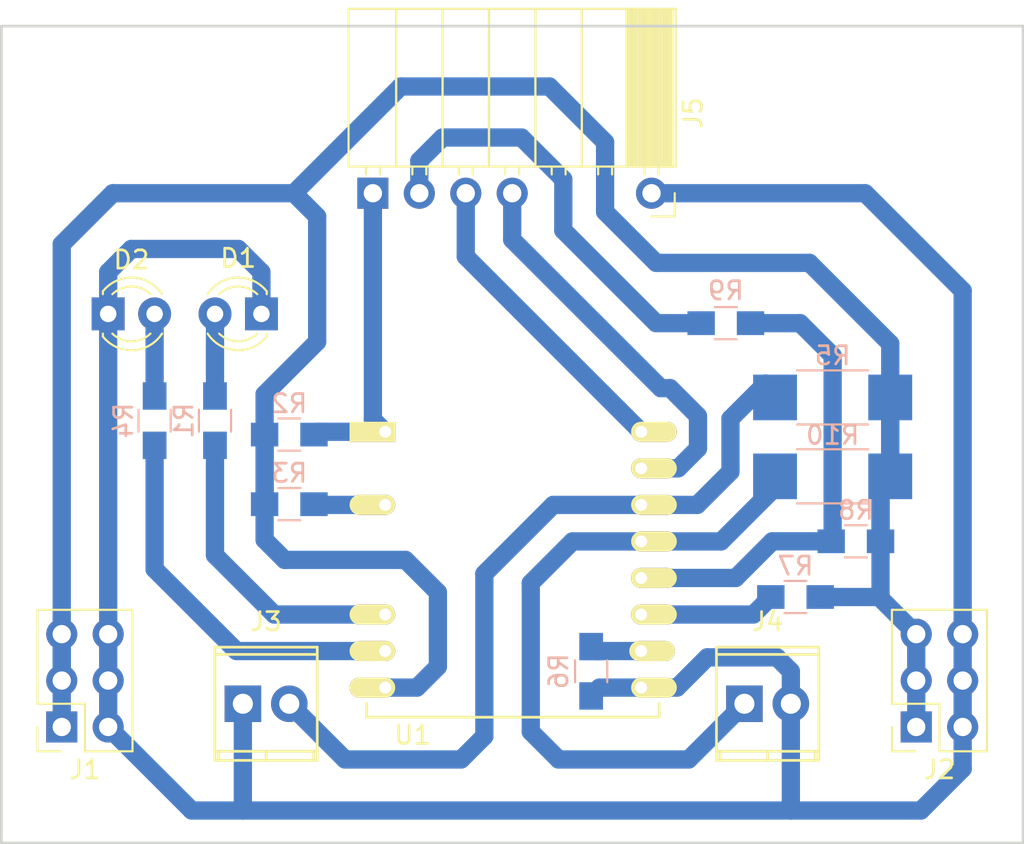
<source format=kicad_pcb>
(kicad_pcb (version 4) (host pcbnew 4.0.7)

  (general
    (links 42)
    (no_connects 0)
    (area 127.432999 82.728999 183.463001 127.583001)
    (thickness 1.6)
    (drawings 4)
    (tracks 122)
    (zones 0)
    (modules 18)
    (nets 17)
  )

  (page A4)
  (layers
    (0 F.Cu signal)
    (31 B.Cu signal)
    (34 B.Paste user)
    (35 F.Paste user)
    (36 B.SilkS user)
    (37 F.SilkS user)
    (38 B.Mask user)
    (39 F.Mask user)
    (44 Edge.Cuts user)
    (45 Margin user)
    (46 B.CrtYd user)
    (47 F.CrtYd user)
    (48 B.Fab user)
    (49 F.Fab user)
  )

  (setup
    (last_trace_width 1)
    (trace_clearance 0.1)
    (zone_clearance 0.508)
    (zone_45_only no)
    (trace_min 0.3)
    (segment_width 0.2)
    (edge_width 0.15)
    (via_size 0.6)
    (via_drill 0.4)
    (via_min_size 0.4)
    (via_min_drill 0.3)
    (uvia_size 0.3)
    (uvia_drill 0.1)
    (uvias_allowed no)
    (uvia_min_size 0.2)
    (uvia_min_drill 0.1)
    (pcb_text_width 0.3)
    (pcb_text_size 1.5 1.5)
    (mod_edge_width 0.15)
    (mod_text_size 1 1)
    (mod_text_width 0.15)
    (pad_size 1.524 1.524)
    (pad_drill 0.762)
    (pad_to_mask_clearance 0.2)
    (aux_axis_origin 0 0)
    (visible_elements FFFFFF7F)
    (pcbplotparams
      (layerselection 0x00030_80000001)
      (usegerberextensions false)
      (excludeedgelayer true)
      (linewidth 0.100000)
      (plotframeref false)
      (viasonmask false)
      (mode 1)
      (useauxorigin false)
      (hpglpennumber 1)
      (hpglpenspeed 20)
      (hpglpendiameter 15)
      (hpglpenoverlay 2)
      (psnegative false)
      (psa4output false)
      (plotreference true)
      (plotvalue true)
      (plotinvisibletext false)
      (padsonsilk false)
      (subtractmaskfromsilk false)
      (outputformat 1)
      (mirror false)
      (drillshape 1)
      (scaleselection 1)
      (outputdirectory ""))
  )

  (net 0 "")
  (net 1 Earth)
  (net 2 "Net-(D1-Pad2)")
  (net 3 "Net-(D2-Pad2)")
  (net 4 +3V3)
  (net 5 "Net-(R6-Pad2)")
  (net 6 "Net-(R7-Pad2)")
  (net 7 "Net-(R8-Pad2)")
  (net 8 "Net-(J5-Pad1)")
  (net 9 "Net-(J5-Pad2)")
  (net 10 "Net-(J5-Pad3)")
  (net 11 "Net-(J5-Pad4)")
  (net 12 "Net-(R1-Pad2)")
  (net 13 "Net-(R3-Pad1)")
  (net 14 "Net-(R4-Pad2)")
  (net 15 "Net-(J4-Pad1)")
  (net 16 "Net-(J3-Pad2)")

  (net_class Default "Это класс цепей по умолчанию."
    (clearance 0.1)
    (trace_width 1)
    (via_dia 0.6)
    (via_drill 0.4)
    (uvia_dia 0.3)
    (uvia_drill 0.1)
    (add_net "Net-(D1-Pad2)")
    (add_net "Net-(D2-Pad2)")
    (add_net "Net-(J3-Pad2)")
    (add_net "Net-(J4-Pad1)")
    (add_net "Net-(J5-Pad1)")
    (add_net "Net-(J5-Pad2)")
    (add_net "Net-(J5-Pad3)")
    (add_net "Net-(J5-Pad4)")
    (add_net "Net-(R1-Pad2)")
    (add_net "Net-(R3-Pad1)")
    (add_net "Net-(R4-Pad2)")
    (add_net "Net-(R6-Pad2)")
    (add_net "Net-(R7-Pad2)")
    (add_net "Net-(R8-Pad2)")
  )

  (net_class Power ""
    (clearance 0.1)
    (trace_width 1)
    (via_dia 0.6)
    (via_drill 0.4)
    (uvia_dia 0.3)
    (uvia_drill 0.1)
    (add_net +3V3)
    (add_net Earth)
  )

  (module Socket_Strips:Socket_Strip_Angled_1x07_Pitch2.54mm (layer F.Cu) (tedit 5CBE48A0) (tstamp 5CBE1B0D)
    (at 163.068 91.948 270)
    (descr "Through hole angled socket strip, 1x07, 2.54mm pitch, 8.51mm socket length, single row")
    (tags "Through hole angled socket strip THT 1x07 2.54mm single row")
    (path /5C354202)
    (fp_text reference J5 (at -4.38 -2.27 270) (layer F.SilkS)
      (effects (font (size 1 1) (thickness 0.15)))
    )
    (fp_text value Conn_UART (at -4.38 17.51 270) (layer F.Fab)
      (effects (font (size 1 1) (thickness 0.15)))
    )
    (fp_line (start -1.52 -1.27) (end -1.52 1.27) (layer F.Fab) (width 0.1))
    (fp_line (start -1.52 1.27) (end -10.03 1.27) (layer F.Fab) (width 0.1))
    (fp_line (start -10.03 1.27) (end -10.03 -1.27) (layer F.Fab) (width 0.1))
    (fp_line (start -10.03 -1.27) (end -1.52 -1.27) (layer F.Fab) (width 0.1))
    (fp_line (start 0 -0.32) (end 0 0.32) (layer F.Fab) (width 0.1))
    (fp_line (start 0 0.32) (end -1.52 0.32) (layer F.Fab) (width 0.1))
    (fp_line (start -1.52 0.32) (end -1.52 -0.32) (layer F.Fab) (width 0.1))
    (fp_line (start -1.52 -0.32) (end 0 -0.32) (layer F.Fab) (width 0.1))
    (fp_line (start -1.52 1.27) (end -1.52 3.81) (layer F.Fab) (width 0.1))
    (fp_line (start -1.52 3.81) (end -10.03 3.81) (layer F.Fab) (width 0.1))
    (fp_line (start -10.03 3.81) (end -10.03 1.27) (layer F.Fab) (width 0.1))
    (fp_line (start -10.03 1.27) (end -1.52 1.27) (layer F.Fab) (width 0.1))
    (fp_line (start 0 2.22) (end 0 2.86) (layer F.Fab) (width 0.1))
    (fp_line (start 0 2.86) (end -1.52 2.86) (layer F.Fab) (width 0.1))
    (fp_line (start -1.52 2.86) (end -1.52 2.22) (layer F.Fab) (width 0.1))
    (fp_line (start -1.52 2.22) (end 0 2.22) (layer F.Fab) (width 0.1))
    (fp_line (start -1.52 3.81) (end -1.52 6.35) (layer F.Fab) (width 0.1))
    (fp_line (start -1.52 6.35) (end -10.03 6.35) (layer F.Fab) (width 0.1))
    (fp_line (start -10.03 6.35) (end -10.03 3.81) (layer F.Fab) (width 0.1))
    (fp_line (start -10.03 3.81) (end -1.52 3.81) (layer F.Fab) (width 0.1))
    (fp_line (start 0 4.76) (end 0 5.4) (layer F.Fab) (width 0.1))
    (fp_line (start 0 5.4) (end -1.52 5.4) (layer F.Fab) (width 0.1))
    (fp_line (start -1.52 5.4) (end -1.52 4.76) (layer F.Fab) (width 0.1))
    (fp_line (start -1.52 4.76) (end 0 4.76) (layer F.Fab) (width 0.1))
    (fp_line (start -1.52 6.35) (end -1.52 8.89) (layer F.Fab) (width 0.1))
    (fp_line (start -1.52 8.89) (end -10.03 8.89) (layer F.Fab) (width 0.1))
    (fp_line (start -10.03 8.89) (end -10.03 6.35) (layer F.Fab) (width 0.1))
    (fp_line (start -10.03 6.35) (end -1.52 6.35) (layer F.Fab) (width 0.1))
    (fp_line (start 0 7.3) (end 0 7.94) (layer F.Fab) (width 0.1))
    (fp_line (start 0 7.94) (end -1.52 7.94) (layer F.Fab) (width 0.1))
    (fp_line (start -1.52 7.94) (end -1.52 7.3) (layer F.Fab) (width 0.1))
    (fp_line (start -1.52 7.3) (end 0 7.3) (layer F.Fab) (width 0.1))
    (fp_line (start -1.52 8.89) (end -1.52 11.43) (layer F.Fab) (width 0.1))
    (fp_line (start -1.52 11.43) (end -10.03 11.43) (layer F.Fab) (width 0.1))
    (fp_line (start -10.03 11.43) (end -10.03 8.89) (layer F.Fab) (width 0.1))
    (fp_line (start -10.03 8.89) (end -1.52 8.89) (layer F.Fab) (width 0.1))
    (fp_line (start 0 9.84) (end 0 10.48) (layer F.Fab) (width 0.1))
    (fp_line (start 0 10.48) (end -1.52 10.48) (layer F.Fab) (width 0.1))
    (fp_line (start -1.52 10.48) (end -1.52 9.84) (layer F.Fab) (width 0.1))
    (fp_line (start -1.52 9.84) (end 0 9.84) (layer F.Fab) (width 0.1))
    (fp_line (start -1.52 11.43) (end -1.52 13.97) (layer F.Fab) (width 0.1))
    (fp_line (start -1.52 13.97) (end -10.03 13.97) (layer F.Fab) (width 0.1))
    (fp_line (start -10.03 13.97) (end -10.03 11.43) (layer F.Fab) (width 0.1))
    (fp_line (start -10.03 11.43) (end -1.52 11.43) (layer F.Fab) (width 0.1))
    (fp_line (start 0 12.38) (end 0 13.02) (layer F.Fab) (width 0.1))
    (fp_line (start 0 13.02) (end -1.52 13.02) (layer F.Fab) (width 0.1))
    (fp_line (start -1.52 13.02) (end -1.52 12.38) (layer F.Fab) (width 0.1))
    (fp_line (start -1.52 12.38) (end 0 12.38) (layer F.Fab) (width 0.1))
    (fp_line (start -1.52 13.97) (end -1.52 16.51) (layer F.Fab) (width 0.1))
    (fp_line (start -1.52 16.51) (end -10.03 16.51) (layer F.Fab) (width 0.1))
    (fp_line (start -10.03 16.51) (end -10.03 13.97) (layer F.Fab) (width 0.1))
    (fp_line (start -10.03 13.97) (end -1.52 13.97) (layer F.Fab) (width 0.1))
    (fp_line (start 0 14.92) (end 0 15.56) (layer F.Fab) (width 0.1))
    (fp_line (start 0 15.56) (end -1.52 15.56) (layer F.Fab) (width 0.1))
    (fp_line (start -1.52 15.56) (end -1.52 14.92) (layer F.Fab) (width 0.1))
    (fp_line (start -1.52 14.92) (end 0 14.92) (layer F.Fab) (width 0.1))
    (fp_line (start -1.46 -1.33) (end -1.46 1.27) (layer F.SilkS) (width 0.12))
    (fp_line (start -1.46 1.27) (end -10.09 1.27) (layer F.SilkS) (width 0.12))
    (fp_line (start -10.09 1.27) (end -10.09 -1.33) (layer F.SilkS) (width 0.12))
    (fp_line (start -10.09 -1.33) (end -1.46 -1.33) (layer F.SilkS) (width 0.12))
    (fp_line (start -1.03 -0.38) (end -1.46 -0.38) (layer F.SilkS) (width 0.12))
    (fp_line (start -1.03 0.38) (end -1.46 0.38) (layer F.SilkS) (width 0.12))
    (fp_line (start -1.46 -1.15) (end -10.09 -1.15) (layer F.SilkS) (width 0.12))
    (fp_line (start -1.46 -1.03) (end -10.09 -1.03) (layer F.SilkS) (width 0.12))
    (fp_line (start -1.46 -0.91) (end -10.09 -0.91) (layer F.SilkS) (width 0.12))
    (fp_line (start -1.46 -0.79) (end -10.09 -0.79) (layer F.SilkS) (width 0.12))
    (fp_line (start -1.46 -0.67) (end -10.09 -0.67) (layer F.SilkS) (width 0.12))
    (fp_line (start -1.46 -0.55) (end -10.09 -0.55) (layer F.SilkS) (width 0.12))
    (fp_line (start -1.46 -0.43) (end -10.09 -0.43) (layer F.SilkS) (width 0.12))
    (fp_line (start -1.46 -0.31) (end -10.09 -0.31) (layer F.SilkS) (width 0.12))
    (fp_line (start -1.46 -0.19) (end -10.09 -0.19) (layer F.SilkS) (width 0.12))
    (fp_line (start -1.46 -0.07) (end -10.09 -0.07) (layer F.SilkS) (width 0.12))
    (fp_line (start -1.46 0.05) (end -10.09 0.05) (layer F.SilkS) (width 0.12))
    (fp_line (start -1.46 0.17) (end -10.09 0.17) (layer F.SilkS) (width 0.12))
    (fp_line (start -1.46 0.29) (end -10.09 0.29) (layer F.SilkS) (width 0.12))
    (fp_line (start -1.46 0.41) (end -10.09 0.41) (layer F.SilkS) (width 0.12))
    (fp_line (start -1.46 0.53) (end -10.09 0.53) (layer F.SilkS) (width 0.12))
    (fp_line (start -1.46 0.65) (end -10.09 0.65) (layer F.SilkS) (width 0.12))
    (fp_line (start -1.46 0.77) (end -10.09 0.77) (layer F.SilkS) (width 0.12))
    (fp_line (start -1.46 0.89) (end -10.09 0.89) (layer F.SilkS) (width 0.12))
    (fp_line (start -1.46 1.01) (end -10.09 1.01) (layer F.SilkS) (width 0.12))
    (fp_line (start -1.46 1.13) (end -10.09 1.13) (layer F.SilkS) (width 0.12))
    (fp_line (start -1.46 1.25) (end -10.09 1.25) (layer F.SilkS) (width 0.12))
    (fp_line (start -1.46 1.37) (end -10.09 1.37) (layer F.SilkS) (width 0.12))
    (fp_line (start -1.46 1.27) (end -1.46 3.81) (layer F.SilkS) (width 0.12))
    (fp_line (start -1.46 3.81) (end -10.09 3.81) (layer F.SilkS) (width 0.12))
    (fp_line (start -10.09 3.81) (end -10.09 1.27) (layer F.SilkS) (width 0.12))
    (fp_line (start -10.09 1.27) (end -1.46 1.27) (layer F.SilkS) (width 0.12))
    (fp_line (start -1.03 2.16) (end -1.46 2.16) (layer F.SilkS) (width 0.12))
    (fp_line (start -1.03 2.92) (end -1.46 2.92) (layer F.SilkS) (width 0.12))
    (fp_line (start -1.46 3.81) (end -1.46 6.35) (layer F.SilkS) (width 0.12))
    (fp_line (start -1.46 6.35) (end -10.09 6.35) (layer F.SilkS) (width 0.12))
    (fp_line (start -10.09 6.35) (end -10.09 3.81) (layer F.SilkS) (width 0.12))
    (fp_line (start -10.09 3.81) (end -1.46 3.81) (layer F.SilkS) (width 0.12))
    (fp_line (start -1.03 4.7) (end -1.46 4.7) (layer F.SilkS) (width 0.12))
    (fp_line (start -1.03 5.46) (end -1.46 5.46) (layer F.SilkS) (width 0.12))
    (fp_line (start -1.46 6.35) (end -1.46 8.89) (layer F.SilkS) (width 0.12))
    (fp_line (start -1.46 8.89) (end -10.09 8.89) (layer F.SilkS) (width 0.12))
    (fp_line (start -10.09 8.89) (end -10.09 6.35) (layer F.SilkS) (width 0.12))
    (fp_line (start -10.09 6.35) (end -1.46 6.35) (layer F.SilkS) (width 0.12))
    (fp_line (start -1.03 7.24) (end -1.46 7.24) (layer F.SilkS) (width 0.12))
    (fp_line (start -1.03 8) (end -1.46 8) (layer F.SilkS) (width 0.12))
    (fp_line (start -1.46 8.89) (end -1.46 11.43) (layer F.SilkS) (width 0.12))
    (fp_line (start -1.46 11.43) (end -10.09 11.43) (layer F.SilkS) (width 0.12))
    (fp_line (start -10.09 11.43) (end -10.09 8.89) (layer F.SilkS) (width 0.12))
    (fp_line (start -10.09 8.89) (end -1.46 8.89) (layer F.SilkS) (width 0.12))
    (fp_line (start -1.03 9.78) (end -1.46 9.78) (layer F.SilkS) (width 0.12))
    (fp_line (start -1.03 10.54) (end -1.46 10.54) (layer F.SilkS) (width 0.12))
    (fp_line (start -1.46 11.43) (end -1.46 13.97) (layer F.SilkS) (width 0.12))
    (fp_line (start -1.46 13.97) (end -10.09 13.97) (layer F.SilkS) (width 0.12))
    (fp_line (start -10.09 13.97) (end -10.09 11.43) (layer F.SilkS) (width 0.12))
    (fp_line (start -10.09 11.43) (end -1.46 11.43) (layer F.SilkS) (width 0.12))
    (fp_line (start -1.03 12.32) (end -1.46 12.32) (layer F.SilkS) (width 0.12))
    (fp_line (start -1.03 13.08) (end -1.46 13.08) (layer F.SilkS) (width 0.12))
    (fp_line (start -1.46 13.97) (end -1.46 16.57) (layer F.SilkS) (width 0.12))
    (fp_line (start -1.46 16.57) (end -10.09 16.57) (layer F.SilkS) (width 0.12))
    (fp_line (start -10.09 16.57) (end -10.09 13.97) (layer F.SilkS) (width 0.12))
    (fp_line (start -10.09 13.97) (end -1.46 13.97) (layer F.SilkS) (width 0.12))
    (fp_line (start -1.03 14.86) (end -1.46 14.86) (layer F.SilkS) (width 0.12))
    (fp_line (start -1.03 15.62) (end -1.46 15.62) (layer F.SilkS) (width 0.12))
    (fp_line (start 0 -1.27) (end 1.27 -1.27) (layer F.SilkS) (width 0.12))
    (fp_line (start 1.27 -1.27) (end 1.27 0) (layer F.SilkS) (width 0.12))
    (fp_line (start 1.8 -1.8) (end 1.8 17.05) (layer F.CrtYd) (width 0.05))
    (fp_line (start 1.8 17.05) (end -10.55 17.05) (layer F.CrtYd) (width 0.05))
    (fp_line (start -10.55 17.05) (end -10.55 -1.8) (layer F.CrtYd) (width 0.05))
    (fp_line (start -10.55 -1.8) (end 1.8 -1.8) (layer F.CrtYd) (width 0.05))
    (fp_text user %R (at -4.38 -2.27 270) (layer F.Fab)
      (effects (font (size 1 1) (thickness 0.15)))
    )
    (pad 7 thru_hole circle (at 0 0 270) (size 1.7 1.7) (drill 1) (layers *.Cu *.Mask)
      (net 1 Earth))
    (pad 4 thru_hole oval (at 0 7.62 270) (size 1.7 1.7) (drill 1) (layers *.Cu *.Mask)
      (net 11 "Net-(J5-Pad4)"))
    (pad 3 thru_hole oval (at 0 10.16 270) (size 1.7 1.7) (drill 1) (layers *.Cu *.Mask)
      (net 10 "Net-(J5-Pad3)"))
    (pad 2 thru_hole oval (at 0 12.7 270) (size 1.7 1.7) (drill 1) (layers *.Cu *.Mask)
      (net 9 "Net-(J5-Pad2)"))
    (pad 1 thru_hole rect (at 0 15.24 270) (size 1.7 1.7) (drill 1) (layers *.Cu *.Mask)
      (net 8 "Net-(J5-Pad1)"))
    (model ${KISYS3DMOD}/Socket_Strips.3dshapes/Socket_Strip_Angled_1x07_Pitch2.54mm.wrl
      (at (xyz 0 -0.3 0))
      (scale (xyz 1 1 1))
      (rotate (xyz 0 0 270))
    )
  )

  (module LEDs:LED_D3.0mm (layer F.Cu) (tedit 5CBEF1D4) (tstamp 5CBE1ADC)
    (at 141.732 98.552 180)
    (descr "LED, diameter 3.0mm, 2 pins")
    (tags "LED diameter 3.0mm 2 pins")
    (path /5C3534A7)
    (fp_text reference D1 (at 1.27 3.048 180) (layer F.SilkS)
      (effects (font (size 1 1) (thickness 0.15)))
    )
    (fp_text value LED_GREEN (at -1.524 0 270) (layer F.Fab)
      (effects (font (size 1 1) (thickness 0.15)))
    )
    (fp_arc (start 1.27 0) (end -0.23 -1.16619) (angle 284.3) (layer F.Fab) (width 0.1))
    (fp_arc (start 1.27 0) (end -0.29 -1.235516) (angle 108.8) (layer F.SilkS) (width 0.12))
    (fp_arc (start 1.27 0) (end -0.29 1.235516) (angle -108.8) (layer F.SilkS) (width 0.12))
    (fp_arc (start 1.27 0) (end 0.229039 -1.08) (angle 87.9) (layer F.SilkS) (width 0.12))
    (fp_arc (start 1.27 0) (end 0.229039 1.08) (angle -87.9) (layer F.SilkS) (width 0.12))
    (fp_circle (center 1.27 0) (end 2.77 0) (layer F.Fab) (width 0.1))
    (fp_line (start -0.23 -1.16619) (end -0.23 1.16619) (layer F.Fab) (width 0.1))
    (fp_line (start -0.29 -1.236) (end -0.29 -1.08) (layer F.SilkS) (width 0.12))
    (fp_line (start -0.29 1.08) (end -0.29 1.236) (layer F.SilkS) (width 0.12))
    (fp_line (start -1.15 -2.25) (end -1.15 2.25) (layer F.CrtYd) (width 0.05))
    (fp_line (start -1.15 2.25) (end 3.7 2.25) (layer F.CrtYd) (width 0.05))
    (fp_line (start 3.7 2.25) (end 3.7 -2.25) (layer F.CrtYd) (width 0.05))
    (fp_line (start 3.7 -2.25) (end -1.15 -2.25) (layer F.CrtYd) (width 0.05))
    (pad 1 thru_hole rect (at 0 0 180) (size 1.8 1.8) (drill 0.9) (layers *.Cu *.Mask)
      (net 1 Earth))
    (pad 2 thru_hole circle (at 2.54 0 180) (size 1.8 1.8) (drill 0.9) (layers *.Cu *.Mask)
      (net 2 "Net-(D1-Pad2)"))
    (model ${KISYS3DMOD}/LEDs.3dshapes/LED_D3.0mm.wrl
      (at (xyz 0 0 0))
      (scale (xyz 0.393701 0.393701 0.393701))
      (rotate (xyz 0 0 0))
    )
  )

  (module LEDs:LED_D3.0mm (layer F.Cu) (tedit 5CBEF172) (tstamp 5CBE1AE2)
    (at 133.35 98.552)
    (descr "LED, diameter 3.0mm, 2 pins")
    (tags "LED diameter 3.0mm 2 pins")
    (path /5C353532)
    (fp_text reference D2 (at 1.27 -2.96) (layer F.SilkS)
      (effects (font (size 1 1) (thickness 0.15)))
    )
    (fp_text value LED_RED (at -1.27 0 90) (layer F.Fab)
      (effects (font (size 1 1) (thickness 0.15)))
    )
    (fp_arc (start 1.27 0) (end -0.23 -1.16619) (angle 284.3) (layer F.Fab) (width 0.1))
    (fp_arc (start 1.27 0) (end -0.29 -1.235516) (angle 108.8) (layer F.SilkS) (width 0.12))
    (fp_arc (start 1.27 0) (end -0.29 1.235516) (angle -108.8) (layer F.SilkS) (width 0.12))
    (fp_arc (start 1.27 0) (end 0.229039 -1.08) (angle 87.9) (layer F.SilkS) (width 0.12))
    (fp_arc (start 1.27 0) (end 0.229039 1.08) (angle -87.9) (layer F.SilkS) (width 0.12))
    (fp_circle (center 1.27 0) (end 2.77 0) (layer F.Fab) (width 0.1))
    (fp_line (start -0.23 -1.16619) (end -0.23 1.16619) (layer F.Fab) (width 0.1))
    (fp_line (start -0.29 -1.236) (end -0.29 -1.08) (layer F.SilkS) (width 0.12))
    (fp_line (start -0.29 1.08) (end -0.29 1.236) (layer F.SilkS) (width 0.12))
    (fp_line (start -1.15 -2.25) (end -1.15 2.25) (layer F.CrtYd) (width 0.05))
    (fp_line (start -1.15 2.25) (end 3.7 2.25) (layer F.CrtYd) (width 0.05))
    (fp_line (start 3.7 2.25) (end 3.7 -2.25) (layer F.CrtYd) (width 0.05))
    (fp_line (start 3.7 -2.25) (end -1.15 -2.25) (layer F.CrtYd) (width 0.05))
    (pad 1 thru_hole rect (at 0 0) (size 1.8 1.8) (drill 0.9) (layers *.Cu *.Mask)
      (net 1 Earth))
    (pad 2 thru_hole circle (at 2.54 0) (size 1.8 1.8) (drill 0.9) (layers *.Cu *.Mask)
      (net 3 "Net-(D2-Pad2)"))
    (model ${KISYS3DMOD}/LEDs.3dshapes/LED_D3.0mm.wrl
      (at (xyz 0 0 0))
      (scale (xyz 0.393701 0.393701 0.393701))
      (rotate (xyz 0 0 0))
    )
  )

  (module Socket_Strips:Socket_Strip_Straight_2x03_Pitch2.54mm (layer F.Cu) (tedit 58CD5448) (tstamp 5CBE1AEC)
    (at 130.81 121.158 180)
    (descr "Through hole straight socket strip, 2x03, 2.54mm pitch, double rows")
    (tags "Through hole socket strip THT 2x03 2.54mm double row")
    (path /5CBE0C95)
    (fp_text reference J1 (at -1.27 -2.33 180) (layer F.SilkS)
      (effects (font (size 1 1) (thickness 0.15)))
    )
    (fp_text value 3.3V (at -1.27 7.41 180) (layer F.Fab)
      (effects (font (size 1 1) (thickness 0.15)))
    )
    (fp_line (start -3.81 -1.27) (end -3.81 6.35) (layer F.Fab) (width 0.1))
    (fp_line (start -3.81 6.35) (end 1.27 6.35) (layer F.Fab) (width 0.1))
    (fp_line (start 1.27 6.35) (end 1.27 -1.27) (layer F.Fab) (width 0.1))
    (fp_line (start 1.27 -1.27) (end -3.81 -1.27) (layer F.Fab) (width 0.1))
    (fp_line (start 1.33 1.27) (end 1.33 6.41) (layer F.SilkS) (width 0.12))
    (fp_line (start 1.33 6.41) (end -3.87 6.41) (layer F.SilkS) (width 0.12))
    (fp_line (start -3.87 6.41) (end -3.87 -1.33) (layer F.SilkS) (width 0.12))
    (fp_line (start -3.87 -1.33) (end -1.27 -1.33) (layer F.SilkS) (width 0.12))
    (fp_line (start -1.27 -1.33) (end -1.27 1.27) (layer F.SilkS) (width 0.12))
    (fp_line (start -1.27 1.27) (end 1.33 1.27) (layer F.SilkS) (width 0.12))
    (fp_line (start 1.33 0) (end 1.33 -1.33) (layer F.SilkS) (width 0.12))
    (fp_line (start 1.33 -1.33) (end 0.06 -1.33) (layer F.SilkS) (width 0.12))
    (fp_line (start -4.35 -1.8) (end -4.35 6.85) (layer F.CrtYd) (width 0.05))
    (fp_line (start -4.35 6.85) (end 1.8 6.85) (layer F.CrtYd) (width 0.05))
    (fp_line (start 1.8 6.85) (end 1.8 -1.8) (layer F.CrtYd) (width 0.05))
    (fp_line (start 1.8 -1.8) (end -4.35 -1.8) (layer F.CrtYd) (width 0.05))
    (fp_text user %R (at -1.27 -2.33 180) (layer F.Fab)
      (effects (font (size 1 1) (thickness 0.15)))
    )
    (pad 1 thru_hole rect (at 0 0 180) (size 1.7 1.7) (drill 1) (layers *.Cu *.Mask)
      (net 4 +3V3))
    (pad 2 thru_hole oval (at -2.54 0 180) (size 1.7 1.7) (drill 1) (layers *.Cu *.Mask)
      (net 1 Earth))
    (pad 3 thru_hole oval (at 0 2.54 180) (size 1.7 1.7) (drill 1) (layers *.Cu *.Mask)
      (net 4 +3V3))
    (pad 4 thru_hole oval (at -2.54 2.54 180) (size 1.7 1.7) (drill 1) (layers *.Cu *.Mask)
      (net 1 Earth))
    (pad 5 thru_hole oval (at 0 5.08 180) (size 1.7 1.7) (drill 1) (layers *.Cu *.Mask)
      (net 4 +3V3))
    (pad 6 thru_hole oval (at -2.54 5.08 180) (size 1.7 1.7) (drill 1) (layers *.Cu *.Mask)
      (net 1 Earth))
    (model ${KISYS3DMOD}/Socket_Strips.3dshapes/Socket_Strip_Straight_2x03_Pitch2.54mm.wrl
      (at (xyz -0.05 -0.1 0))
      (scale (xyz 1 1 1))
      (rotate (xyz 0 0 270))
    )
  )

  (module Socket_Strips:Socket_Strip_Straight_2x03_Pitch2.54mm (layer F.Cu) (tedit 58CD5448) (tstamp 5CBE1AF6)
    (at 177.546 121.158 180)
    (descr "Through hole straight socket strip, 2x03, 2.54mm pitch, double rows")
    (tags "Through hole socket strip THT 2x03 2.54mm double row")
    (path /5CBE1555)
    (fp_text reference J2 (at -1.27 -2.33 180) (layer F.SilkS)
      (effects (font (size 1 1) (thickness 0.15)))
    )
    (fp_text value 3.3V (at -1.27 7.41 180) (layer F.Fab)
      (effects (font (size 1 1) (thickness 0.15)))
    )
    (fp_line (start -3.81 -1.27) (end -3.81 6.35) (layer F.Fab) (width 0.1))
    (fp_line (start -3.81 6.35) (end 1.27 6.35) (layer F.Fab) (width 0.1))
    (fp_line (start 1.27 6.35) (end 1.27 -1.27) (layer F.Fab) (width 0.1))
    (fp_line (start 1.27 -1.27) (end -3.81 -1.27) (layer F.Fab) (width 0.1))
    (fp_line (start 1.33 1.27) (end 1.33 6.41) (layer F.SilkS) (width 0.12))
    (fp_line (start 1.33 6.41) (end -3.87 6.41) (layer F.SilkS) (width 0.12))
    (fp_line (start -3.87 6.41) (end -3.87 -1.33) (layer F.SilkS) (width 0.12))
    (fp_line (start -3.87 -1.33) (end -1.27 -1.33) (layer F.SilkS) (width 0.12))
    (fp_line (start -1.27 -1.33) (end -1.27 1.27) (layer F.SilkS) (width 0.12))
    (fp_line (start -1.27 1.27) (end 1.33 1.27) (layer F.SilkS) (width 0.12))
    (fp_line (start 1.33 0) (end 1.33 -1.33) (layer F.SilkS) (width 0.12))
    (fp_line (start 1.33 -1.33) (end 0.06 -1.33) (layer F.SilkS) (width 0.12))
    (fp_line (start -4.35 -1.8) (end -4.35 6.85) (layer F.CrtYd) (width 0.05))
    (fp_line (start -4.35 6.85) (end 1.8 6.85) (layer F.CrtYd) (width 0.05))
    (fp_line (start 1.8 6.85) (end 1.8 -1.8) (layer F.CrtYd) (width 0.05))
    (fp_line (start 1.8 -1.8) (end -4.35 -1.8) (layer F.CrtYd) (width 0.05))
    (fp_text user %R (at -1.27 -2.33 180) (layer F.Fab)
      (effects (font (size 1 1) (thickness 0.15)))
    )
    (pad 1 thru_hole rect (at 0 0 180) (size 1.7 1.7) (drill 1) (layers *.Cu *.Mask)
      (net 4 +3V3))
    (pad 2 thru_hole oval (at -2.54 0 180) (size 1.7 1.7) (drill 1) (layers *.Cu *.Mask)
      (net 1 Earth))
    (pad 3 thru_hole oval (at 0 2.54 180) (size 1.7 1.7) (drill 1) (layers *.Cu *.Mask)
      (net 4 +3V3))
    (pad 4 thru_hole oval (at -2.54 2.54 180) (size 1.7 1.7) (drill 1) (layers *.Cu *.Mask)
      (net 1 Earth))
    (pad 5 thru_hole oval (at 0 5.08 180) (size 1.7 1.7) (drill 1) (layers *.Cu *.Mask)
      (net 4 +3V3))
    (pad 6 thru_hole oval (at -2.54 5.08 180) (size 1.7 1.7) (drill 1) (layers *.Cu *.Mask)
      (net 1 Earth))
    (model ${KISYS3DMOD}/Socket_Strips.3dshapes/Socket_Strip_Straight_2x03_Pitch2.54mm.wrl
      (at (xyz -0.05 -0.1 0))
      (scale (xyz 1 1 1))
      (rotate (xyz 0 0 270))
    )
  )

  (module Connectors_Terminal_Blocks:TerminalBlock_Pheonix_MPT-2.54mm_2pol (layer F.Cu) (tedit 0) (tstamp 5CBE1AFC)
    (at 140.716 119.888)
    (descr "2-way 2.54mm pitch terminal block, Phoenix MPT series")
    (path /5CBBDEAC)
    (fp_text reference J3 (at 1.27 -4.50088) (layer F.SilkS)
      (effects (font (size 1 1) (thickness 0.15)))
    )
    (fp_text value Screw_Terminal_HOT (at 1.27 4.50088) (layer F.Fab)
      (effects (font (size 1 1) (thickness 0.15)))
    )
    (fp_line (start -1.7 -3.3) (end 4.3 -3.3) (layer F.CrtYd) (width 0.05))
    (fp_line (start -1.7 3.3) (end -1.7 -3.3) (layer F.CrtYd) (width 0.05))
    (fp_line (start 4.3 3.3) (end -1.7 3.3) (layer F.CrtYd) (width 0.05))
    (fp_line (start 4.3 -3.3) (end 4.3 3.3) (layer F.CrtYd) (width 0.05))
    (fp_line (start 4.06908 2.60096) (end -1.52908 2.60096) (layer F.SilkS) (width 0.15))
    (fp_line (start -1.33096 3.0988) (end -1.33096 2.60096) (layer F.SilkS) (width 0.15))
    (fp_line (start 3.87096 2.60096) (end 3.87096 3.0988) (layer F.SilkS) (width 0.15))
    (fp_line (start 1.27 3.0988) (end 1.27 2.60096) (layer F.SilkS) (width 0.15))
    (fp_line (start -1.52908 -2.70002) (end 4.06908 -2.70002) (layer F.SilkS) (width 0.15))
    (fp_line (start -1.52908 3.0988) (end 4.06908 3.0988) (layer F.SilkS) (width 0.15))
    (fp_line (start 4.06908 3.0988) (end 4.06908 -3.0988) (layer F.SilkS) (width 0.15))
    (fp_line (start 4.06908 -3.0988) (end -1.52908 -3.0988) (layer F.SilkS) (width 0.15))
    (fp_line (start -1.52908 -3.0988) (end -1.52908 3.0988) (layer F.SilkS) (width 0.15))
    (pad 2 thru_hole oval (at 2.54 0) (size 1.99898 1.99898) (drill 1.09728) (layers *.Cu *.Mask)
      (net 16 "Net-(J3-Pad2)"))
    (pad 1 thru_hole rect (at 0 0) (size 1.99898 1.99898) (drill 1.09728) (layers *.Cu *.Mask)
      (net 1 Earth))
    (model Terminal_Blocks.3dshapes/TerminalBlock_Pheonix_MPT-2.54mm_2pol.wrl
      (at (xyz 0.05 0 0))
      (scale (xyz 1 1 1))
      (rotate (xyz 0 0 0))
    )
  )

  (module Connectors_Terminal_Blocks:TerminalBlock_Pheonix_MPT-2.54mm_2pol (layer F.Cu) (tedit 0) (tstamp 5CBE1B02)
    (at 168.148 119.888)
    (descr "2-way 2.54mm pitch terminal block, Phoenix MPT series")
    (path /5CBBAB1E)
    (fp_text reference J4 (at 1.27 -4.50088) (layer F.SilkS)
      (effects (font (size 1 1) (thickness 0.15)))
    )
    (fp_text value Screw_Terminal_COLD (at 1.27 4.50088) (layer F.Fab)
      (effects (font (size 1 1) (thickness 0.15)))
    )
    (fp_line (start -1.7 -3.3) (end 4.3 -3.3) (layer F.CrtYd) (width 0.05))
    (fp_line (start -1.7 3.3) (end -1.7 -3.3) (layer F.CrtYd) (width 0.05))
    (fp_line (start 4.3 3.3) (end -1.7 3.3) (layer F.CrtYd) (width 0.05))
    (fp_line (start 4.3 -3.3) (end 4.3 3.3) (layer F.CrtYd) (width 0.05))
    (fp_line (start 4.06908 2.60096) (end -1.52908 2.60096) (layer F.SilkS) (width 0.15))
    (fp_line (start -1.33096 3.0988) (end -1.33096 2.60096) (layer F.SilkS) (width 0.15))
    (fp_line (start 3.87096 2.60096) (end 3.87096 3.0988) (layer F.SilkS) (width 0.15))
    (fp_line (start 1.27 3.0988) (end 1.27 2.60096) (layer F.SilkS) (width 0.15))
    (fp_line (start -1.52908 -2.70002) (end 4.06908 -2.70002) (layer F.SilkS) (width 0.15))
    (fp_line (start -1.52908 3.0988) (end 4.06908 3.0988) (layer F.SilkS) (width 0.15))
    (fp_line (start 4.06908 3.0988) (end 4.06908 -3.0988) (layer F.SilkS) (width 0.15))
    (fp_line (start 4.06908 -3.0988) (end -1.52908 -3.0988) (layer F.SilkS) (width 0.15))
    (fp_line (start -1.52908 -3.0988) (end -1.52908 3.0988) (layer F.SilkS) (width 0.15))
    (pad 2 thru_hole oval (at 2.54 0) (size 1.99898 1.99898) (drill 1.09728) (layers *.Cu *.Mask)
      (net 1 Earth))
    (pad 1 thru_hole rect (at 0 0) (size 1.99898 1.99898) (drill 1.09728) (layers *.Cu *.Mask)
      (net 15 "Net-(J4-Pad1)"))
    (model Terminal_Blocks.3dshapes/TerminalBlock_Pheonix_MPT-2.54mm_2pol.wrl
      (at (xyz 0.05 0 0))
      (scale (xyz 1 1 1))
      (rotate (xyz 0 0 0))
    )
  )

  (module Resistors_SMD:R_0805_HandSoldering (layer B.Cu) (tedit 58E0A804) (tstamp 5CBE1B13)
    (at 139.192 104.394 270)
    (descr "Resistor SMD 0805, hand soldering")
    (tags "resistor 0805")
    (path /5C3533F8)
    (attr smd)
    (fp_text reference R1 (at 0 1.7 270) (layer B.SilkS)
      (effects (font (size 1 1) (thickness 0.15)) (justify mirror))
    )
    (fp_text value 150 (at 0 -1.75 270) (layer B.Fab)
      (effects (font (size 1 1) (thickness 0.15)) (justify mirror))
    )
    (fp_text user %R (at 0 0 270) (layer B.Fab)
      (effects (font (size 0.5 0.5) (thickness 0.075)) (justify mirror))
    )
    (fp_line (start -1 -0.62) (end -1 0.62) (layer B.Fab) (width 0.1))
    (fp_line (start 1 -0.62) (end -1 -0.62) (layer B.Fab) (width 0.1))
    (fp_line (start 1 0.62) (end 1 -0.62) (layer B.Fab) (width 0.1))
    (fp_line (start -1 0.62) (end 1 0.62) (layer B.Fab) (width 0.1))
    (fp_line (start 0.6 -0.88) (end -0.6 -0.88) (layer B.SilkS) (width 0.12))
    (fp_line (start -0.6 0.88) (end 0.6 0.88) (layer B.SilkS) (width 0.12))
    (fp_line (start -2.35 0.9) (end 2.35 0.9) (layer B.CrtYd) (width 0.05))
    (fp_line (start -2.35 0.9) (end -2.35 -0.9) (layer B.CrtYd) (width 0.05))
    (fp_line (start 2.35 -0.9) (end 2.35 0.9) (layer B.CrtYd) (width 0.05))
    (fp_line (start 2.35 -0.9) (end -2.35 -0.9) (layer B.CrtYd) (width 0.05))
    (pad 1 smd rect (at -1.35 0 270) (size 1.5 1.3) (layers B.Cu B.Paste B.Mask)
      (net 2 "Net-(D1-Pad2)"))
    (pad 2 smd rect (at 1.35 0 270) (size 1.5 1.3) (layers B.Cu B.Paste B.Mask)
      (net 12 "Net-(R1-Pad2)"))
    (model ${KISYS3DMOD}/Resistors_SMD.3dshapes/R_0805.wrl
      (at (xyz 0 0 0))
      (scale (xyz 1 1 1))
      (rotate (xyz 0 0 0))
    )
  )

  (module Resistors_SMD:R_0805_HandSoldering (layer B.Cu) (tedit 58E0A804) (tstamp 5CBE1B19)
    (at 143.256 105.156 180)
    (descr "Resistor SMD 0805, hand soldering")
    (tags "resistor 0805")
    (path /5C352E95)
    (attr smd)
    (fp_text reference R2 (at 0 1.7 180) (layer B.SilkS)
      (effects (font (size 1 1) (thickness 0.15)) (justify mirror))
    )
    (fp_text value 10k (at 0 -1.75 180) (layer B.Fab)
      (effects (font (size 1 1) (thickness 0.15)) (justify mirror))
    )
    (fp_text user %R (at 0 0 180) (layer B.Fab)
      (effects (font (size 0.5 0.5) (thickness 0.075)) (justify mirror))
    )
    (fp_line (start -1 -0.62) (end -1 0.62) (layer B.Fab) (width 0.1))
    (fp_line (start 1 -0.62) (end -1 -0.62) (layer B.Fab) (width 0.1))
    (fp_line (start 1 0.62) (end 1 -0.62) (layer B.Fab) (width 0.1))
    (fp_line (start -1 0.62) (end 1 0.62) (layer B.Fab) (width 0.1))
    (fp_line (start 0.6 -0.88) (end -0.6 -0.88) (layer B.SilkS) (width 0.12))
    (fp_line (start -0.6 0.88) (end 0.6 0.88) (layer B.SilkS) (width 0.12))
    (fp_line (start -2.35 0.9) (end 2.35 0.9) (layer B.CrtYd) (width 0.05))
    (fp_line (start -2.35 0.9) (end -2.35 -0.9) (layer B.CrtYd) (width 0.05))
    (fp_line (start 2.35 -0.9) (end 2.35 0.9) (layer B.CrtYd) (width 0.05))
    (fp_line (start 2.35 -0.9) (end -2.35 -0.9) (layer B.CrtYd) (width 0.05))
    (pad 1 smd rect (at -1.35 0 180) (size 1.5 1.3) (layers B.Cu B.Paste B.Mask)
      (net 8 "Net-(J5-Pad1)"))
    (pad 2 smd rect (at 1.35 0 180) (size 1.5 1.3) (layers B.Cu B.Paste B.Mask)
      (net 4 +3V3))
    (model ${KISYS3DMOD}/Resistors_SMD.3dshapes/R_0805.wrl
      (at (xyz 0 0 0))
      (scale (xyz 1 1 1))
      (rotate (xyz 0 0 0))
    )
  )

  (module Resistors_SMD:R_0805_HandSoldering (layer B.Cu) (tedit 58E0A804) (tstamp 5CBE1B1F)
    (at 143.256 108.966 180)
    (descr "Resistor SMD 0805, hand soldering")
    (tags "resistor 0805")
    (path /5C35306E)
    (attr smd)
    (fp_text reference R3 (at 0 1.7 180) (layer B.SilkS)
      (effects (font (size 1 1) (thickness 0.15)) (justify mirror))
    )
    (fp_text value 10k (at 0 -1.75 180) (layer B.Fab)
      (effects (font (size 1 1) (thickness 0.15)) (justify mirror))
    )
    (fp_text user %R (at 0 0 180) (layer B.Fab)
      (effects (font (size 0.5 0.5) (thickness 0.075)) (justify mirror))
    )
    (fp_line (start -1 -0.62) (end -1 0.62) (layer B.Fab) (width 0.1))
    (fp_line (start 1 -0.62) (end -1 -0.62) (layer B.Fab) (width 0.1))
    (fp_line (start 1 0.62) (end 1 -0.62) (layer B.Fab) (width 0.1))
    (fp_line (start -1 0.62) (end 1 0.62) (layer B.Fab) (width 0.1))
    (fp_line (start 0.6 -0.88) (end -0.6 -0.88) (layer B.SilkS) (width 0.12))
    (fp_line (start -0.6 0.88) (end 0.6 0.88) (layer B.SilkS) (width 0.12))
    (fp_line (start -2.35 0.9) (end 2.35 0.9) (layer B.CrtYd) (width 0.05))
    (fp_line (start -2.35 0.9) (end -2.35 -0.9) (layer B.CrtYd) (width 0.05))
    (fp_line (start 2.35 -0.9) (end 2.35 0.9) (layer B.CrtYd) (width 0.05))
    (fp_line (start 2.35 -0.9) (end -2.35 -0.9) (layer B.CrtYd) (width 0.05))
    (pad 1 smd rect (at -1.35 0 180) (size 1.5 1.3) (layers B.Cu B.Paste B.Mask)
      (net 13 "Net-(R3-Pad1)"))
    (pad 2 smd rect (at 1.35 0 180) (size 1.5 1.3) (layers B.Cu B.Paste B.Mask)
      (net 4 +3V3))
    (model ${KISYS3DMOD}/Resistors_SMD.3dshapes/R_0805.wrl
      (at (xyz 0 0 0))
      (scale (xyz 1 1 1))
      (rotate (xyz 0 0 0))
    )
  )

  (module Resistors_SMD:R_0805_HandSoldering (layer B.Cu) (tedit 58E0A804) (tstamp 5CBE1B25)
    (at 135.89 104.394 270)
    (descr "Resistor SMD 0805, hand soldering")
    (tags "resistor 0805")
    (path /5C35346D)
    (attr smd)
    (fp_text reference R4 (at 0 1.7 270) (layer B.SilkS)
      (effects (font (size 1 1) (thickness 0.15)) (justify mirror))
    )
    (fp_text value 150 (at 0 -1.75 270) (layer B.Fab)
      (effects (font (size 1 1) (thickness 0.15)) (justify mirror))
    )
    (fp_text user %R (at 0 0 270) (layer B.Fab)
      (effects (font (size 0.5 0.5) (thickness 0.075)) (justify mirror))
    )
    (fp_line (start -1 -0.62) (end -1 0.62) (layer B.Fab) (width 0.1))
    (fp_line (start 1 -0.62) (end -1 -0.62) (layer B.Fab) (width 0.1))
    (fp_line (start 1 0.62) (end 1 -0.62) (layer B.Fab) (width 0.1))
    (fp_line (start -1 0.62) (end 1 0.62) (layer B.Fab) (width 0.1))
    (fp_line (start 0.6 -0.88) (end -0.6 -0.88) (layer B.SilkS) (width 0.12))
    (fp_line (start -0.6 0.88) (end 0.6 0.88) (layer B.SilkS) (width 0.12))
    (fp_line (start -2.35 0.9) (end 2.35 0.9) (layer B.CrtYd) (width 0.05))
    (fp_line (start -2.35 0.9) (end -2.35 -0.9) (layer B.CrtYd) (width 0.05))
    (fp_line (start 2.35 -0.9) (end 2.35 0.9) (layer B.CrtYd) (width 0.05))
    (fp_line (start 2.35 -0.9) (end -2.35 -0.9) (layer B.CrtYd) (width 0.05))
    (pad 1 smd rect (at -1.35 0 270) (size 1.5 1.3) (layers B.Cu B.Paste B.Mask)
      (net 3 "Net-(D2-Pad2)"))
    (pad 2 smd rect (at 1.35 0 270) (size 1.5 1.3) (layers B.Cu B.Paste B.Mask)
      (net 14 "Net-(R4-Pad2)"))
    (model ${KISYS3DMOD}/Resistors_SMD.3dshapes/R_0805.wrl
      (at (xyz 0 0 0))
      (scale (xyz 1 1 1))
      (rotate (xyz 0 0 0))
    )
  )

  (module Resistors_SMD:R_0805_HandSoldering (layer B.Cu) (tedit 5CBEF23E) (tstamp 5CBE1B31)
    (at 159.766 118.11 90)
    (descr "Resistor SMD 0805, hand soldering")
    (tags "resistor 0805")
    (path /5C353122)
    (attr smd)
    (fp_text reference R6 (at 0 -1.778 90) (layer B.SilkS)
      (effects (font (size 1 1) (thickness 0.15)) (justify mirror))
    )
    (fp_text value 10k (at 0 1.778 90) (layer B.Fab)
      (effects (font (size 1 1) (thickness 0.15)) (justify mirror))
    )
    (fp_text user %R (at 0 0 90) (layer B.Fab)
      (effects (font (size 0.5 0.5) (thickness 0.075)) (justify mirror))
    )
    (fp_line (start -1 -0.62) (end -1 0.62) (layer B.Fab) (width 0.1))
    (fp_line (start 1 -0.62) (end -1 -0.62) (layer B.Fab) (width 0.1))
    (fp_line (start 1 0.62) (end 1 -0.62) (layer B.Fab) (width 0.1))
    (fp_line (start -1 0.62) (end 1 0.62) (layer B.Fab) (width 0.1))
    (fp_line (start 0.6 -0.88) (end -0.6 -0.88) (layer B.SilkS) (width 0.12))
    (fp_line (start -0.6 0.88) (end 0.6 0.88) (layer B.SilkS) (width 0.12))
    (fp_line (start -2.35 0.9) (end 2.35 0.9) (layer B.CrtYd) (width 0.05))
    (fp_line (start -2.35 0.9) (end -2.35 -0.9) (layer B.CrtYd) (width 0.05))
    (fp_line (start 2.35 -0.9) (end 2.35 0.9) (layer B.CrtYd) (width 0.05))
    (fp_line (start 2.35 -0.9) (end -2.35 -0.9) (layer B.CrtYd) (width 0.05))
    (pad 1 smd rect (at -1.35 0 90) (size 1.5 1.3) (layers B.Cu B.Paste B.Mask)
      (net 1 Earth))
    (pad 2 smd rect (at 1.35 0 90) (size 1.5 1.3) (layers B.Cu B.Paste B.Mask)
      (net 5 "Net-(R6-Pad2)"))
    (model ${KISYS3DMOD}/Resistors_SMD.3dshapes/R_0805.wrl
      (at (xyz 0 0 0))
      (scale (xyz 1 1 1))
      (rotate (xyz 0 0 0))
    )
  )

  (module Resistors_SMD:R_0805_HandSoldering (layer B.Cu) (tedit 5CBEF24B) (tstamp 5CBE1B43)
    (at 167.132 99.06)
    (descr "Resistor SMD 0805, hand soldering")
    (tags "resistor 0805")
    (path /5C353381)
    (attr smd)
    (fp_text reference R9 (at 0 -1.778) (layer B.SilkS)
      (effects (font (size 1 1) (thickness 0.15)) (justify mirror))
    )
    (fp_text value 470 (at 0 1.778) (layer B.Fab)
      (effects (font (size 1 1) (thickness 0.15)) (justify mirror))
    )
    (fp_text user %R (at 0 0) (layer B.Fab)
      (effects (font (size 0.5 0.5) (thickness 0.075)) (justify mirror))
    )
    (fp_line (start -1 -0.62) (end -1 0.62) (layer B.Fab) (width 0.1))
    (fp_line (start 1 -0.62) (end -1 -0.62) (layer B.Fab) (width 0.1))
    (fp_line (start 1 0.62) (end 1 -0.62) (layer B.Fab) (width 0.1))
    (fp_line (start -1 0.62) (end 1 0.62) (layer B.Fab) (width 0.1))
    (fp_line (start 0.6 -0.88) (end -0.6 -0.88) (layer B.SilkS) (width 0.12))
    (fp_line (start -0.6 0.88) (end 0.6 0.88) (layer B.SilkS) (width 0.12))
    (fp_line (start -2.35 0.9) (end 2.35 0.9) (layer B.CrtYd) (width 0.05))
    (fp_line (start -2.35 0.9) (end -2.35 -0.9) (layer B.CrtYd) (width 0.05))
    (fp_line (start 2.35 -0.9) (end 2.35 0.9) (layer B.CrtYd) (width 0.05))
    (fp_line (start 2.35 -0.9) (end -2.35 -0.9) (layer B.CrtYd) (width 0.05))
    (pad 1 smd rect (at -1.35 0) (size 1.5 1.3) (layers B.Cu B.Paste B.Mask)
      (net 9 "Net-(J5-Pad2)"))
    (pad 2 smd rect (at 1.35 0) (size 1.5 1.3) (layers B.Cu B.Paste B.Mask)
      (net 7 "Net-(R8-Pad2)"))
    (model ${KISYS3DMOD}/Resistors_SMD.3dshapes/R_0805.wrl
      (at (xyz 0 0 0))
      (scale (xyz 1 1 1))
      (rotate (xyz 0 0 0))
    )
  )

  (module ESP8266:ESP-12 locked (layer F.Cu) (tedit 5CBE48CD) (tstamp 5CBE1B5D)
    (at 148.5011 105.0036)
    (descr "Module, ESP-8266, ESP-12, 16 pad, SMD")
    (tags "Module ESP-8266 ESP8266")
    (path /5C352B90)
    (fp_text reference U1 (at 1.5 16.6) (layer F.SilkS)
      (effects (font (size 1 1) (thickness 0.15)))
    )
    (fp_text value ESP-12 (at 6.992 1) (layer F.Fab)
      (effects (font (size 1 1) (thickness 0.15)))
    )
    (fp_line (start -2.25 -0.5) (end -2.25 -8.75) (layer F.CrtYd) (width 0.05))
    (fp_line (start -2.25 -8.75) (end 15.25 -8.75) (layer F.CrtYd) (width 0.05))
    (fp_line (start 15.25 -8.75) (end 16.25 -8.75) (layer F.CrtYd) (width 0.05))
    (fp_line (start 16.25 -8.75) (end 16.25 16) (layer F.CrtYd) (width 0.05))
    (fp_line (start 16.25 16) (end -2.25 16) (layer F.CrtYd) (width 0.05))
    (fp_line (start -2.25 16) (end -2.25 -0.5) (layer F.CrtYd) (width 0.05))
    (fp_line (start -1.016 -8.382) (end 14.986 -8.382) (layer F.CrtYd) (width 0.1524))
    (fp_line (start 14.986 -8.382) (end 14.986 -0.889) (layer F.CrtYd) (width 0.1524))
    (fp_line (start -1.016 -8.382) (end -1.016 -1.016) (layer F.CrtYd) (width 0.1524))
    (fp_line (start -1.016 14.859) (end -1.016 15.621) (layer F.SilkS) (width 0.1524))
    (fp_line (start -1.016 15.621) (end 14.986 15.621) (layer F.SilkS) (width 0.1524))
    (fp_line (start 14.986 15.621) (end 14.986 14.859) (layer F.SilkS) (width 0.1524))
    (fp_line (start 14.992 -8.4) (end -1.008 -2.6) (layer F.CrtYd) (width 0.1524))
    (fp_line (start -1.008 -8.4) (end 14.992 -2.6) (layer F.CrtYd) (width 0.1524))
    (fp_text user "No Copper" (at 6.892 -5.4) (layer F.CrtYd)
      (effects (font (size 1 1) (thickness 0.15)))
    )
    (fp_line (start -1.008 -2.6) (end 14.992 -2.6) (layer F.CrtYd) (width 0.1524))
    (fp_line (start 15 -8.4) (end 15 15.6) (layer F.Fab) (width 0.05))
    (fp_line (start 14.992 15.6) (end -1.008 15.6) (layer F.Fab) (width 0.05))
    (fp_line (start -1.008 15.6) (end -1.008 -8.4) (layer F.Fab) (width 0.05))
    (fp_line (start -1.008 -8.4) (end 14.992 -8.4) (layer F.Fab) (width 0.05))
    (pad 1 thru_hole rect (at 0 0) (size 2.5 1.1) (drill 0.65 (offset -0.7 0)) (layers *.Cu *.Mask F.SilkS)
      (net 8 "Net-(J5-Pad1)"))
    (pad 3 thru_hole oval (at 0 4) (size 2.5 1.1) (drill 0.65 (offset -0.7 0)) (layers *.Cu *.Mask F.SilkS)
      (net 13 "Net-(R3-Pad1)"))
    (pad 6 thru_hole oval (at 0 10) (size 2.5 1.1) (drill 0.65 (offset -0.7 0)) (layers *.Cu *.Mask F.SilkS)
      (net 12 "Net-(R1-Pad2)"))
    (pad 7 thru_hole oval (at 0 12) (size 2.5 1.1) (drill 0.65 (offset -0.7 0)) (layers *.Cu *.Mask F.SilkS)
      (net 14 "Net-(R4-Pad2)"))
    (pad 8 thru_hole oval (at 0 14) (size 2.5 1.1) (drill 0.65 (offset -0.7 0)) (layers *.Cu *.Mask F.SilkS)
      (net 4 +3V3))
    (pad 9 thru_hole oval (at 14 14) (size 2.5 1.1) (drill 0.65 (offset 0.7 0)) (layers *.Cu *.Mask F.SilkS)
      (net 1 Earth))
    (pad 10 thru_hole oval (at 14 12) (size 2.5 1.1) (drill 0.65 (offset 0.6 0)) (layers *.Cu *.Mask F.SilkS)
      (net 5 "Net-(R6-Pad2)"))
    (pad 11 thru_hole oval (at 14 10) (size 2.5 1.1) (drill 0.65 (offset 0.7 0)) (layers *.Cu *.Mask F.SilkS)
      (net 6 "Net-(R7-Pad2)"))
    (pad 12 thru_hole oval (at 14 8) (size 2.5 1.1) (drill 0.65 (offset 0.7 0)) (layers *.Cu *.Mask F.SilkS)
      (net 7 "Net-(R8-Pad2)"))
    (pad 13 thru_hole oval (at 14 6) (size 2.5 1.1) (drill 0.65 (offset 0.7 0)) (layers *.Cu *.Mask F.SilkS)
      (net 15 "Net-(J4-Pad1)"))
    (pad 14 thru_hole oval (at 14 4) (size 2.5 1.1) (drill 0.65 (offset 0.7 0)) (layers *.Cu *.Mask F.SilkS)
      (net 16 "Net-(J3-Pad2)"))
    (pad 15 thru_hole oval (at 14 2) (size 2.5 1.1) (drill 0.65 (offset 0.7 0)) (layers *.Cu *.Mask F.SilkS)
      (net 11 "Net-(J5-Pad4)"))
    (pad 16 thru_hole oval (at 14 0) (size 2.5 1.1) (drill 0.65 (offset 0.7 0)) (layers *.Cu *.Mask F.SilkS)
      (net 10 "Net-(J5-Pad3)"))
    (model ${ESPLIB}/ESP8266.3dshapes/ESP-12.wrl
      (at (xyz 0 0 0))
      (scale (xyz 0.3937 0.3937 0.3937))
      (rotate (xyz 0 0 0))
    )
  )

  (module Resistors_SMD:R_2010_HandSoldering (layer B.Cu) (tedit 5CBEF278) (tstamp 5CBE1B2B)
    (at 172.974 103.124)
    (descr "Resistor SMD 2010, hand soldering")
    (tags "resistor 2010")
    (path /5C353150)
    (attr smd)
    (fp_text reference R5 (at 0 -2.286) (layer B.SilkS)
      (effects (font (size 1 1) (thickness 0.15)) (justify mirror))
    )
    (fp_text value 10k (at 0 2.286) (layer B.Fab)
      (effects (font (size 1 1) (thickness 0.15)) (justify mirror))
    )
    (fp_text user %R (at 0 0) (layer B.Fab)
      (effects (font (size 1 1) (thickness 0.15)) (justify mirror))
    )
    (fp_line (start -2.5 -1.25) (end -2.5 1.25) (layer B.Fab) (width 0.1))
    (fp_line (start 2.5 -1.25) (end -2.5 -1.25) (layer B.Fab) (width 0.1))
    (fp_line (start 2.5 1.25) (end 2.5 -1.25) (layer B.Fab) (width 0.1))
    (fp_line (start -2.5 1.25) (end 2.5 1.25) (layer B.Fab) (width 0.1))
    (fp_line (start 1.95 -1.48) (end -1.95 -1.48) (layer B.SilkS) (width 0.12))
    (fp_line (start -1.95 1.48) (end 1.95 1.48) (layer B.SilkS) (width 0.12))
    (fp_line (start -4.6 1.5) (end 4.6 1.5) (layer B.CrtYd) (width 0.05))
    (fp_line (start -4.6 1.5) (end -4.6 -1.5) (layer B.CrtYd) (width 0.05))
    (fp_line (start 4.6 -1.5) (end 4.6 1.5) (layer B.CrtYd) (width 0.05))
    (fp_line (start 4.6 -1.5) (end -4.6 -1.5) (layer B.CrtYd) (width 0.05))
    (pad 1 smd rect (at -3.15 0) (size 2.4 2.5) (layers B.Cu B.Paste B.Mask)
      (net 16 "Net-(J3-Pad2)"))
    (pad 2 smd rect (at 3.15 0) (size 2.4 2.5) (layers B.Cu B.Paste B.Mask)
      (net 4 +3V3))
    (model ${KISYS3DMOD}/Resistors_SMD.3dshapes/R_2010.wrl
      (at (xyz 0 0 0))
      (scale (xyz 1 1 1))
      (rotate (xyz 0 0 0))
    )
  )

  (module Resistors_SMD:R_2010_HandSoldering (layer B.Cu) (tedit 58E0A804) (tstamp 5CBE1B49)
    (at 172.974 107.442 180)
    (descr "Resistor SMD 2010, hand soldering")
    (tags "resistor 2010")
    (path /5C353195)
    (attr smd)
    (fp_text reference R10 (at 0 2.25 180) (layer B.SilkS)
      (effects (font (size 1 1) (thickness 0.15)) (justify mirror))
    )
    (fp_text value 10k (at 0 -2.35 180) (layer B.Fab)
      (effects (font (size 1 1) (thickness 0.15)) (justify mirror))
    )
    (fp_text user %R (at 0 0 180) (layer B.Fab)
      (effects (font (size 1 1) (thickness 0.15)) (justify mirror))
    )
    (fp_line (start -2.5 -1.25) (end -2.5 1.25) (layer B.Fab) (width 0.1))
    (fp_line (start 2.5 -1.25) (end -2.5 -1.25) (layer B.Fab) (width 0.1))
    (fp_line (start 2.5 1.25) (end 2.5 -1.25) (layer B.Fab) (width 0.1))
    (fp_line (start -2.5 1.25) (end 2.5 1.25) (layer B.Fab) (width 0.1))
    (fp_line (start 1.95 -1.48) (end -1.95 -1.48) (layer B.SilkS) (width 0.12))
    (fp_line (start -1.95 1.48) (end 1.95 1.48) (layer B.SilkS) (width 0.12))
    (fp_line (start -4.6 1.5) (end 4.6 1.5) (layer B.CrtYd) (width 0.05))
    (fp_line (start -4.6 1.5) (end -4.6 -1.5) (layer B.CrtYd) (width 0.05))
    (fp_line (start 4.6 -1.5) (end 4.6 1.5) (layer B.CrtYd) (width 0.05))
    (fp_line (start 4.6 -1.5) (end -4.6 -1.5) (layer B.CrtYd) (width 0.05))
    (pad 1 smd rect (at -3.15 0 180) (size 2.4 2.5) (layers B.Cu B.Paste B.Mask)
      (net 4 +3V3))
    (pad 2 smd rect (at 3.15 0 180) (size 2.4 2.5) (layers B.Cu B.Paste B.Mask)
      (net 15 "Net-(J4-Pad1)"))
    (model ${KISYS3DMOD}/Resistors_SMD.3dshapes/R_2010.wrl
      (at (xyz 0 0 0))
      (scale (xyz 1 1 1))
      (rotate (xyz 0 0 0))
    )
  )

  (module Resistors_SMD:R_0805_HandSoldering (layer B.Cu) (tedit 58E0A804) (tstamp 5CBE1B37)
    (at 170.942 114.046 180)
    (descr "Resistor SMD 0805, hand soldering")
    (tags "resistor 0805")
    (path /5C3530F5)
    (attr smd)
    (fp_text reference R7 (at 0 1.7 180) (layer B.SilkS)
      (effects (font (size 1 1) (thickness 0.15)) (justify mirror))
    )
    (fp_text value 10k (at 0 -1.75 180) (layer B.Fab)
      (effects (font (size 1 1) (thickness 0.15)) (justify mirror))
    )
    (fp_text user %R (at 0 0 180) (layer B.Fab)
      (effects (font (size 0.5 0.5) (thickness 0.075)) (justify mirror))
    )
    (fp_line (start -1 -0.62) (end -1 0.62) (layer B.Fab) (width 0.1))
    (fp_line (start 1 -0.62) (end -1 -0.62) (layer B.Fab) (width 0.1))
    (fp_line (start 1 0.62) (end 1 -0.62) (layer B.Fab) (width 0.1))
    (fp_line (start -1 0.62) (end 1 0.62) (layer B.Fab) (width 0.1))
    (fp_line (start 0.6 -0.88) (end -0.6 -0.88) (layer B.SilkS) (width 0.12))
    (fp_line (start -0.6 0.88) (end 0.6 0.88) (layer B.SilkS) (width 0.12))
    (fp_line (start -2.35 0.9) (end 2.35 0.9) (layer B.CrtYd) (width 0.05))
    (fp_line (start -2.35 0.9) (end -2.35 -0.9) (layer B.CrtYd) (width 0.05))
    (fp_line (start 2.35 -0.9) (end 2.35 0.9) (layer B.CrtYd) (width 0.05))
    (fp_line (start 2.35 -0.9) (end -2.35 -0.9) (layer B.CrtYd) (width 0.05))
    (pad 1 smd rect (at -1.35 0 180) (size 1.5 1.3) (layers B.Cu B.Paste B.Mask)
      (net 4 +3V3))
    (pad 2 smd rect (at 1.35 0 180) (size 1.5 1.3) (layers B.Cu B.Paste B.Mask)
      (net 6 "Net-(R7-Pad2)"))
    (model ${KISYS3DMOD}/Resistors_SMD.3dshapes/R_0805.wrl
      (at (xyz 0 0 0))
      (scale (xyz 1 1 1))
      (rotate (xyz 0 0 0))
    )
  )

  (module Resistors_SMD:R_0805_HandSoldering (layer B.Cu) (tedit 58E0A804) (tstamp 5CBE1B3D)
    (at 174.244 110.998 180)
    (descr "Resistor SMD 0805, hand soldering")
    (tags "resistor 0805")
    (path /5C353099)
    (attr smd)
    (fp_text reference R8 (at 0 1.7 180) (layer B.SilkS)
      (effects (font (size 1 1) (thickness 0.15)) (justify mirror))
    )
    (fp_text value 10k (at 0 -1.75 180) (layer B.Fab)
      (effects (font (size 1 1) (thickness 0.15)) (justify mirror))
    )
    (fp_text user %R (at 0 0 180) (layer B.Fab)
      (effects (font (size 0.5 0.5) (thickness 0.075)) (justify mirror))
    )
    (fp_line (start -1 -0.62) (end -1 0.62) (layer B.Fab) (width 0.1))
    (fp_line (start 1 -0.62) (end -1 -0.62) (layer B.Fab) (width 0.1))
    (fp_line (start 1 0.62) (end 1 -0.62) (layer B.Fab) (width 0.1))
    (fp_line (start -1 0.62) (end 1 0.62) (layer B.Fab) (width 0.1))
    (fp_line (start 0.6 -0.88) (end -0.6 -0.88) (layer B.SilkS) (width 0.12))
    (fp_line (start -0.6 0.88) (end 0.6 0.88) (layer B.SilkS) (width 0.12))
    (fp_line (start -2.35 0.9) (end 2.35 0.9) (layer B.CrtYd) (width 0.05))
    (fp_line (start -2.35 0.9) (end -2.35 -0.9) (layer B.CrtYd) (width 0.05))
    (fp_line (start 2.35 -0.9) (end 2.35 0.9) (layer B.CrtYd) (width 0.05))
    (fp_line (start 2.35 -0.9) (end -2.35 -0.9) (layer B.CrtYd) (width 0.05))
    (pad 1 smd rect (at -1.35 0 180) (size 1.5 1.3) (layers B.Cu B.Paste B.Mask)
      (net 4 +3V3))
    (pad 2 smd rect (at 1.35 0 180) (size 1.5 1.3) (layers B.Cu B.Paste B.Mask)
      (net 7 "Net-(R8-Pad2)"))
    (model ${KISYS3DMOD}/Resistors_SMD.3dshapes/R_0805.wrl
      (at (xyz 0 0 0))
      (scale (xyz 1 1 1))
      (rotate (xyz 0 0 0))
    )
  )

  (gr_line (start 183.388 82.804) (end 183.388 127.508) (angle 90) (layer Edge.Cuts) (width 0.15))
  (gr_line (start 127.508 82.804) (end 183.388 82.804) (angle 90) (layer Edge.Cuts) (width 0.15))
  (gr_line (start 127.508 127.508) (end 127.508 82.804) (angle 90) (layer Edge.Cuts) (width 0.15))
  (gr_line (start 183.388 127.508) (end 127.508 127.508) (angle 90) (layer Edge.Cuts) (width 0.15))

  (segment (start 133.35 98.552) (end 133.35 96.266) (width 1) (layer B.Cu) (net 1) (status 10))
  (segment (start 141.732 96.266) (end 141.732 98.552) (width 1) (layer B.Cu) (net 1) (tstamp 5CBE7350) (status 20))
  (segment (start 140.462 94.996) (end 141.732 96.266) (width 1) (layer B.Cu) (net 1) (tstamp 5CBE734C))
  (segment (start 134.62 94.996) (end 140.462 94.996) (width 1) (layer B.Cu) (net 1) (tstamp 5CBE7345))
  (segment (start 133.35 96.266) (end 134.62 94.996) (width 1) (layer B.Cu) (net 1) (tstamp 5CBE733A))
  (segment (start 163.068 91.948) (end 174.752 91.948) (width 1) (layer B.Cu) (net 1) (status 10))
  (segment (start 180.086 97.282) (end 180.086 116.078) (width 1) (layer B.Cu) (net 1) (tstamp 5CBE64AD) (status 20))
  (segment (start 174.752 91.948) (end 180.086 97.282) (width 1) (layer B.Cu) (net 1) (tstamp 5CBE64A6))
  (segment (start 140.716 119.888) (end 140.716 125.73) (width 1) (layer B.Cu) (net 1) (status 10))
  (segment (start 170.688 119.888) (end 170.688 125.73) (width 1) (layer B.Cu) (net 1) (status 10))
  (segment (start 170.688 119.888) (end 170.688 118.11) (width 1) (layer B.Cu) (net 1) (status 10))
  (segment (start 164.4604 119.0036) (end 162.5011 119.0036) (width 1) (layer B.Cu) (net 1) (tstamp 5CBE6440) (status 20))
  (segment (start 166.116 117.348) (end 164.4604 119.0036) (width 1) (layer B.Cu) (net 1) (tstamp 5CBE6433))
  (segment (start 169.926 117.348) (end 166.116 117.348) (width 1) (layer B.Cu) (net 1) (tstamp 5CBE642F))
  (segment (start 170.688 118.11) (end 169.926 117.348) (width 1) (layer B.Cu) (net 1) (tstamp 5CBE6423))
  (segment (start 133.35 121.158) (end 133.35 118.618) (width 1) (layer B.Cu) (net 1) (status 30))
  (segment (start 133.35 118.618) (end 133.35 116.078) (width 1) (layer B.Cu) (net 1) (tstamp 5CBE62EA) (status 30))
  (segment (start 133.35 116.078) (end 133.35 98.552) (width 1) (layer B.Cu) (net 1) (tstamp 5CBE62EB) (status 30))
  (segment (start 180.086 116.078) (end 180.086 118.618) (width 1) (layer B.Cu) (net 1) (status 30))
  (segment (start 180.086 118.618) (end 180.086 121.158) (width 1) (layer B.Cu) (net 1) (tstamp 5CBE629F) (status 30))
  (segment (start 180.086 121.158) (end 180.086 123.444) (width 1) (layer B.Cu) (net 1) (tstamp 5CBE62A1) (status 400010))
  (segment (start 177.8 125.73) (end 170.688 125.73) (width 1) (layer B.Cu) (net 1) (tstamp 5CBE62B8))
  (segment (start 180.086 123.444) (end 177.8 125.73) (width 1) (layer B.Cu) (net 1) (tstamp 5CBE62A4))
  (segment (start 170.688 125.73) (end 140.716 125.73) (width 1) (layer B.Cu) (net 1) (tstamp 5CBE6452))
  (segment (start 140.716 125.73) (end 137.922 125.73) (width 1) (layer B.Cu) (net 1) (tstamp 5CBE646B))
  (segment (start 137.922 125.73) (end 133.35 121.158) (width 1) (layer B.Cu) (net 1) (tstamp 5CBE62D1) (status 20))
  (segment (start 162.5011 119.0036) (end 160.2224 119.0036) (width 1) (layer B.Cu) (net 1) (status 30))
  (segment (start 160.2224 119.0036) (end 159.766 119.46) (width 1) (layer B.Cu) (net 1) (tstamp 5CBE61DE) (status 30))
  (segment (start 139.192 103.044) (end 139.192 98.552) (width 1) (layer B.Cu) (net 2) (status 30))
  (segment (start 135.89 103.044) (end 135.89 98.552) (width 1) (layer B.Cu) (net 3) (status 30))
  (segment (start 175.594 110.998) (end 175.594 107.972) (width 1) (layer B.Cu) (net 4) (status 30))
  (segment (start 175.594 107.972) (end 176.124 107.442) (width 1) (layer B.Cu) (net 4) (tstamp 5CBE70AE) (status 30))
  (segment (start 176.124 107.442) (end 176.124 103.124) (width 1) (layer B.Cu) (net 4) (tstamp 5CBE70B0) (status 30))
  (segment (start 175.514 114.046) (end 175.594 113.966) (width 1) (layer B.Cu) (net 4))
  (segment (start 175.594 113.966) (end 175.594 107.972) (width 1) (layer B.Cu) (net 4) (tstamp 5CBE6EFB) (status 20))
  (segment (start 175.594 107.972) (end 176.124 107.442) (width 1) (layer B.Cu) (net 4) (tstamp 5CBE6F00) (status 30))
  (segment (start 176.124 107.442) (end 176.124 100.178) (width 1) (layer B.Cu) (net 4) (tstamp 5CBE6F16) (status 10))
  (segment (start 149.352 86.106) (end 143.51 91.948) (width 1) (layer B.Cu) (net 4) (tstamp 5CBE6F50))
  (segment (start 157.48 86.106) (end 149.352 86.106) (width 1) (layer B.Cu) (net 4) (tstamp 5CBE6F4A))
  (segment (start 160.528 89.154) (end 157.48 86.106) (width 1) (layer B.Cu) (net 4) (tstamp 5CBE6F45))
  (segment (start 160.528 92.964) (end 160.528 89.154) (width 1) (layer B.Cu) (net 4) (tstamp 5CBE6F38))
  (segment (start 163.322 95.758) (end 160.528 92.964) (width 1) (layer B.Cu) (net 4) (tstamp 5CBE6F34))
  (segment (start 171.704 95.758) (end 163.322 95.758) (width 1) (layer B.Cu) (net 4) (tstamp 5CBE6F31))
  (segment (start 176.124 100.178) (end 171.704 95.758) (width 1) (layer B.Cu) (net 4) (tstamp 5CBE6F1D))
  (segment (start 177.546 116.078) (end 175.514 114.046) (width 1) (layer B.Cu) (net 4) (status 10))
  (segment (start 175.514 114.046) (end 172.292 114.046) (width 1) (layer B.Cu) (net 4) (tstamp 5CBE6EE5) (status 20))
  (segment (start 141.906 108.966) (end 141.906 105.156) (width 1) (layer B.Cu) (net 4) (status 30))
  (segment (start 177.546 121.158) (end 177.546 118.618) (width 1) (layer B.Cu) (net 4) (status 30))
  (segment (start 177.546 118.618) (end 177.546 116.078) (width 1) (layer B.Cu) (net 4) (tstamp 5CBE6591) (status 30))
  (segment (start 130.81 116.078) (end 130.81 118.618) (width 1) (layer B.Cu) (net 4) (status 30))
  (segment (start 130.81 118.618) (end 130.81 121.158) (width 1) (layer B.Cu) (net 4) (tstamp 5CBE64BC) (status 30))
  (segment (start 133.604 91.948) (end 130.81 94.742) (width 1) (layer B.Cu) (net 4))
  (segment (start 130.81 94.742) (end 130.81 118.618) (width 1) (layer B.Cu) (net 4) (tstamp 5CBE6392) (status 20))
  (segment (start 133.604 91.948) (end 143.51 91.948) (width 1) (layer B.Cu) (net 4) (tstamp 5CBE6036))
  (segment (start 144.78 93.218) (end 143.51 91.948) (width 1) (layer B.Cu) (net 4) (tstamp 5CBE662B))
  (segment (start 144.78 100.076) (end 144.78 93.218) (width 1) (layer B.Cu) (net 4))
  (segment (start 141.906 102.95) (end 144.78 100.076) (width 1) (layer B.Cu) (net 4) (tstamp 5CBE5FFF))
  (segment (start 141.906 105.156) (end 141.906 102.95) (width 1) (layer B.Cu) (net 4) (tstamp 5CBE5FFD) (status 10))
  (segment (start 148.5011 119.0036) (end 150.2364 119.0036) (width 1) (layer B.Cu) (net 4) (status 10))
  (segment (start 141.906 110.918) (end 141.906 105.156) (width 1) (layer B.Cu) (net 4) (tstamp 5CBE5FFB) (status 20))
  (segment (start 143.002 112.014) (end 141.906 110.918) (width 1) (layer B.Cu) (net 4) (tstamp 5CBE5FF2))
  (segment (start 149.606 112.014) (end 143.002 112.014) (width 1) (layer B.Cu) (net 4) (tstamp 5CBE5FE5))
  (segment (start 151.384 113.792) (end 149.606 112.014) (width 1) (layer B.Cu) (net 4) (tstamp 5CBE5FDC))
  (segment (start 151.384 117.856) (end 151.384 113.792) (width 1) (layer B.Cu) (net 4) (tstamp 5CBE5FD1))
  (segment (start 150.2364 119.0036) (end 151.384 117.856) (width 1) (layer B.Cu) (net 4) (tstamp 5CBE5FCC))
  (segment (start 162.5011 117.0036) (end 160.0096 117.0036) (width 1) (layer B.Cu) (net 5) (status 30))
  (segment (start 160.0096 117.0036) (end 159.766 116.76) (width 1) (layer B.Cu) (net 5) (tstamp 5CBE61CF) (status 30))
  (segment (start 162.5011 115.0036) (end 168.6344 115.0036) (width 1) (layer B.Cu) (net 6) (status 10))
  (segment (start 168.6344 115.0036) (end 169.592 114.046) (width 1) (layer B.Cu) (net 6) (tstamp 5CBE6F8B) (status 20))
  (segment (start 162.5011 113.0036) (end 167.6664 113.0036) (width 1) (layer B.Cu) (net 7) (status 10))
  (segment (start 169.672 110.998) (end 172.894 110.998) (width 1) (layer B.Cu) (net 7) (tstamp 5CBE6FC7) (status 20))
  (segment (start 167.6664 113.0036) (end 169.672 110.998) (width 1) (layer B.Cu) (net 7) (tstamp 5CBE6FBF))
  (segment (start 172.894 110.998) (end 172.974 110.918) (width 1) (layer B.Cu) (net 7) (tstamp 5CBE6FCD) (status 30))
  (segment (start 172.974 110.918) (end 172.974 100.838) (width 1) (layer B.Cu) (net 7) (tstamp 5CBE6FD0) (status 10))
  (segment (start 172.974 100.838) (end 171.196 99.06) (width 1) (layer B.Cu) (net 7) (tstamp 5CBE6FD8))
  (segment (start 171.196 99.06) (end 168.482 99.06) (width 1) (layer B.Cu) (net 7) (tstamp 5CBE6FDE) (status 20))
  (segment (start 144.606 105.156) (end 144.7584 105.0036) (width 1) (layer B.Cu) (net 8) (status 30))
  (segment (start 144.7584 105.0036) (end 148.5011 105.0036) (width 1) (layer B.Cu) (net 8) (tstamp 5CBE6061) (status 30))
  (segment (start 147.828 91.948) (end 147.828 104.3305) (width 1) (layer B.Cu) (net 8) (status 10))
  (segment (start 147.828 104.3305) (end 148.5011 105.0036) (width 1) (layer B.Cu) (net 8) (tstamp 5CBE528B) (status 20))
  (segment (start 150.368 91.948) (end 150.368 90.17) (width 1) (layer B.Cu) (net 9) (status 10))
  (segment (start 163.322 99.06) (end 165.782 99.06) (width 1) (layer B.Cu) (net 9) (tstamp 5CBE6A8D) (status 20))
  (segment (start 158.242 93.98) (end 163.322 99.06) (width 1) (layer B.Cu) (net 9) (tstamp 5CBE6A82))
  (segment (start 158.242 91.186) (end 158.242 93.98) (width 1) (layer B.Cu) (net 9) (tstamp 5CBE6A7F))
  (segment (start 155.956 88.9) (end 158.242 91.186) (width 1) (layer B.Cu) (net 9) (tstamp 5CBE6A77))
  (segment (start 151.638 88.9) (end 155.956 88.9) (width 1) (layer B.Cu) (net 9) (tstamp 5CBE6A71))
  (segment (start 150.368 90.17) (end 151.638 88.9) (width 1) (layer B.Cu) (net 9) (tstamp 5CBE6A6A))
  (segment (start 152.908 91.948) (end 152.908 95.4105) (width 1) (layer B.Cu) (net 10) (status 10))
  (segment (start 152.908 95.4105) (end 162.5011 105.0036) (width 1) (layer B.Cu) (net 10) (tstamp 5CBE5296) (status 20))
  (segment (start 155.448 91.948) (end 155.448 94.488) (width 1) (layer B.Cu) (net 11) (status 10))
  (segment (start 164.5224 107.0036) (end 162.5011 107.0036) (width 1) (layer B.Cu) (net 11) (tstamp 5CBE529E) (status 20))
  (segment (start 165.608 105.918) (end 164.5224 107.0036) (width 1) (layer B.Cu) (net 11) (tstamp 5CBE529D))
  (segment (start 165.608 104.14) (end 165.608 105.918) (width 1) (layer B.Cu) (net 11) (tstamp 5CBE529C))
  (segment (start 164.084 102.616) (end 165.608 104.14) (width 1) (layer B.Cu) (net 11) (tstamp 5CBE529B))
  (segment (start 163.576 102.616) (end 164.084 102.616) (width 1) (layer B.Cu) (net 11) (tstamp 5CBE529A))
  (segment (start 155.448 94.488) (end 163.576 102.616) (width 1) (layer B.Cu) (net 11) (tstamp 5CBE5299))
  (segment (start 139.192 105.744) (end 139.192 111.76) (width 1) (layer B.Cu) (net 12) (status 10))
  (segment (start 142.4356 115.0036) (end 148.5011 115.0036) (width 1) (layer B.Cu) (net 12) (tstamp 5CBE608D) (status 20))
  (segment (start 139.192 111.76) (end 142.4356 115.0036) (width 1) (layer B.Cu) (net 12) (tstamp 5CBE6085))
  (segment (start 144.606 108.966) (end 144.6436 109.0036) (width 1) (layer B.Cu) (net 13) (status 30))
  (segment (start 144.6436 109.0036) (end 148.5011 109.0036) (width 1) (layer B.Cu) (net 13) (tstamp 5CBE6069) (status 30))
  (segment (start 140.3716 117.0036) (end 148.5011 117.0036) (width 1) (layer B.Cu) (net 14) (tstamp 5CBE4F84) (status 20))
  (segment (start 135.89 112.522) (end 140.3716 117.0036) (width 1) (layer B.Cu) (net 14) (tstamp 5CBE4F62))
  (segment (start 135.89 105.744) (end 135.89 112.522) (width 1) (layer B.Cu) (net 14) (status 10))
  (segment (start 162.5011 111.0036) (end 166.8724 111.0036) (width 1) (layer B.Cu) (net 15) (status 10))
  (segment (start 166.8724 111.0036) (end 169.672 108.204) (width 1) (layer B.Cu) (net 15) (tstamp 5CBE6FEE) (status 20))
  (segment (start 168.148 119.888) (end 165.1 122.936) (width 1) (layer B.Cu) (net 15) (status 10))
  (segment (start 158.7444 111.0036) (end 162.5011 111.0036) (width 1) (layer B.Cu) (net 15) (tstamp 5CBE5D31) (status 20))
  (segment (start 156.464 113.284) (end 158.7444 111.0036) (width 1) (layer B.Cu) (net 15) (tstamp 5CBE5D29))
  (segment (start 156.464 121.412) (end 156.464 113.284) (width 1) (layer B.Cu) (net 15) (tstamp 5CBE5D17))
  (segment (start 157.988 122.936) (end 156.464 121.412) (width 1) (layer B.Cu) (net 15) (tstamp 5CBE5D03))
  (segment (start 165.1 122.936) (end 157.988 122.936) (width 1) (layer B.Cu) (net 15) (tstamp 5CBE5CF7))
  (segment (start 162.5011 109.0036) (end 165.5704 109.0036) (width 1) (layer B.Cu) (net 16) (status 10))
  (segment (start 165.5704 109.0036) (end 167.386 107.188) (width 1) (layer B.Cu) (net 16) (tstamp 5CBE7003))
  (segment (start 167.386 107.188) (end 167.386 104.292) (width 1) (layer B.Cu) (net 16) (tstamp 5CBE701B))
  (segment (start 167.386 104.292) (end 169.316 102.362) (width 1) (layer B.Cu) (net 16) (tstamp 5CBE7028) (status 20))
  (segment (start 162.5011 109.0036) (end 157.6964 109.0036) (width 1) (layer B.Cu) (net 16) (status 10))
  (segment (start 146.304 122.936) (end 143.256 119.888) (width 1) (layer B.Cu) (net 16) (tstamp 5CBE5E23) (status 20))
  (segment (start 152.654 122.936) (end 146.304 122.936) (width 1) (layer B.Cu) (net 16) (tstamp 5CBE5E20))
  (segment (start 153.924 121.666) (end 152.654 122.936) (width 1) (layer B.Cu) (net 16) (tstamp 5CBE5E19))
  (segment (start 153.924 112.776) (end 153.924 121.666) (width 1) (layer B.Cu) (net 16) (tstamp 5CBE5E0D))
  (segment (start 157.6964 109.0036) (end 153.924 112.776) (width 1) (layer B.Cu) (net 16) (tstamp 5CBE5DF4))

)

</source>
